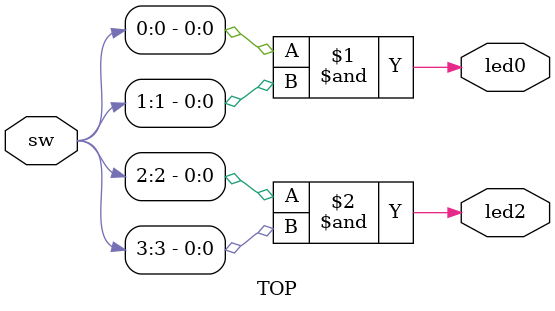
<source format=v>
`timescale 1ns / 1ps


module TOP(
    input wire [3:0] sw,
    output wire led0,
    // output wire led1,
    output wire led2
    // output wire led3
    );

    assign led0 = sw[0] & sw[1];
    // assign led1 = sw[1];
    assign led2 = sw[2] & sw[3];
    // assign led3 = sw[3];    
endmodule

</source>
